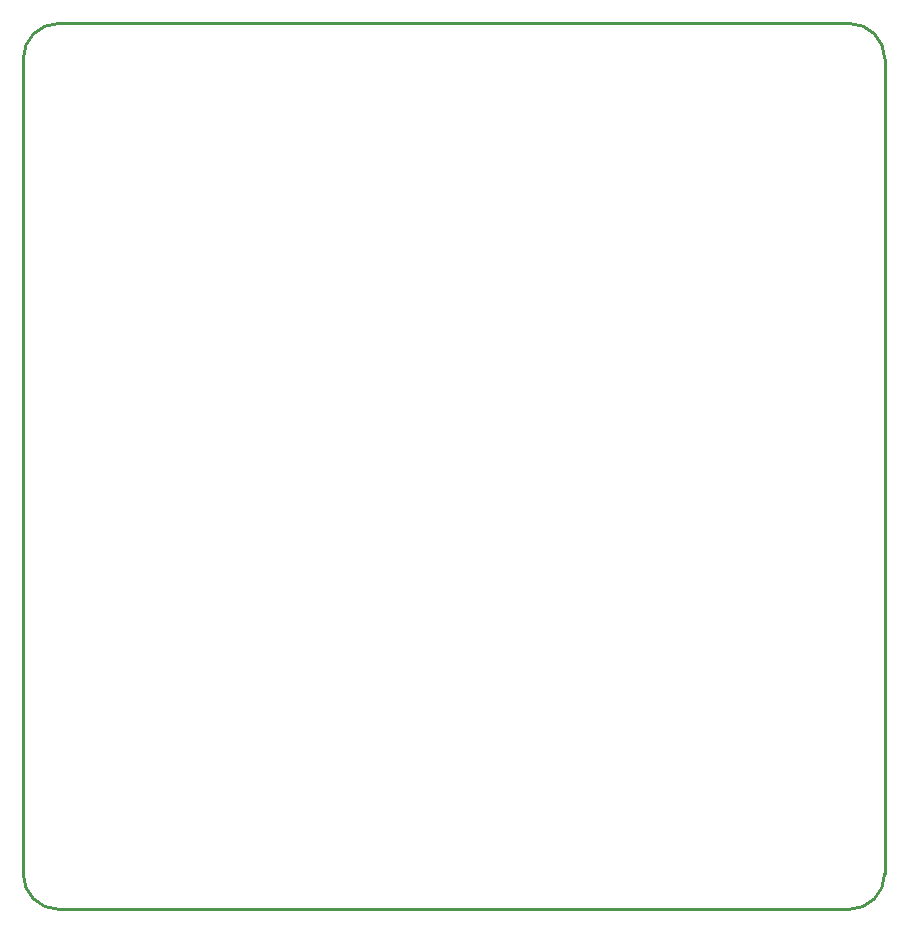
<source format=gko>
G04 Layer: BoardOutline*
G04 EasyEDA v6.3.12, 2019-11-29T11:20:33+08:00*
G04 20e9667cab1745c4bec6fbe7ec4c93c1,0d9194da949c4fdba41728a14849dae3,10*
G04 Gerber Generator version 0.2*
G04 Scale: 100 percent, Rotated: No, Reflected: No *
G04 Dimensions in millimeters *
G04 leading zeros omitted , absolute positions ,3 integer and 3 decimal *
%FSLAX33Y33*%
%MOMM*%
G90*
G71D02*

%ADD10C,0.254000*%
G54D10*
G01X2999Y75000D02*
G01X69949Y75000D01*
G01X72949Y72000D02*
G01X72949Y2999D01*
G01X69949Y1D02*
G01X2999Y1D01*
G01X1Y2999D02*
G01X1Y72000D01*
G75*
G01X69950Y75000D02*
G02X72950Y72000I0J-3000D01*
G01*
G75*
G01X72950Y3000D02*
G02X69950Y0I-3000J0D01*
G01*
G75*
G01X3000Y0D02*
G02X0Y3000I0J3000D01*
G01*
G75*
G01X0Y72000D02*
G02X3000Y75000I3000J0D01*
G01*

%LPD*%
M00*
M02*

</source>
